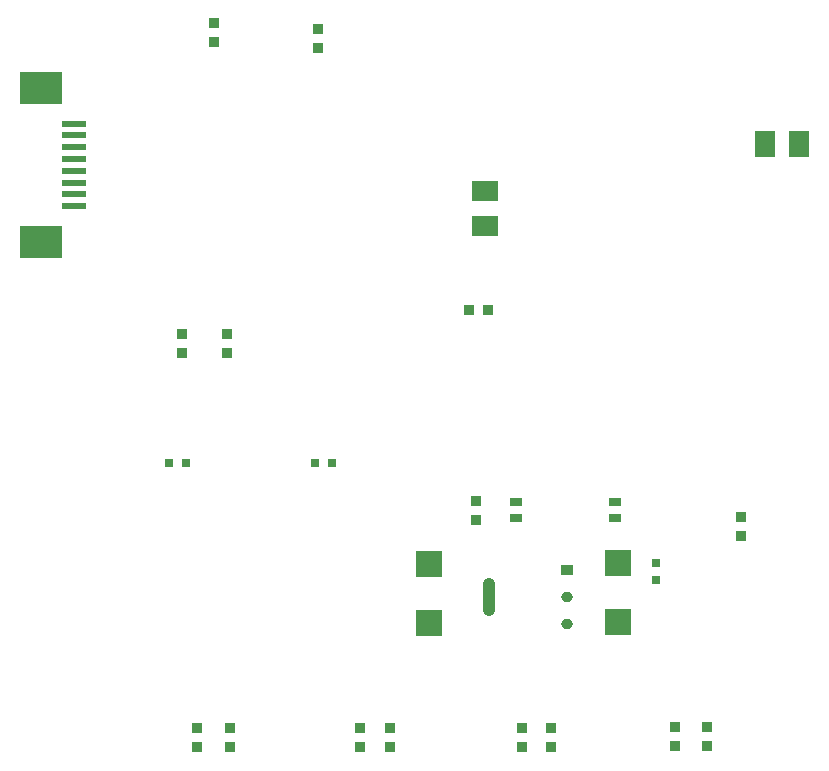
<source format=gbp>
G04*
G04 #@! TF.GenerationSoftware,Altium Limited,Altium Designer,22.9.1 (49)*
G04*
G04 Layer_Color=128*
%FSLAX24Y24*%
%MOIN*%
G70*
G04*
G04 #@! TF.SameCoordinates,54DEFAFE-76A2-4419-BEBC-3D5CD7468304*
G04*
G04*
G04 #@! TF.FilePolarity,Positive*
G04*
G01*
G75*
%ADD21R,0.0390X0.0307*%
%ADD28R,0.0374X0.0354*%
%ADD29R,0.0354X0.0374*%
%ADD79R,0.0395X0.0343*%
G04:AMPARAMS|DCode=80|XSize=39.5mil|YSize=34.3mil|CornerRadius=17.2mil|HoleSize=0mil|Usage=FLASHONLY|Rotation=180.000|XOffset=0mil|YOffset=0mil|HoleType=Round|Shape=RoundedRectangle|*
%AMROUNDEDRECTD80*
21,1,0.0395,0.0000,0,0,180.0*
21,1,0.0052,0.0343,0,0,180.0*
1,1,0.0343,-0.0026,0.0000*
1,1,0.0343,0.0026,0.0000*
1,1,0.0343,0.0026,0.0000*
1,1,0.0343,-0.0026,0.0000*
%
%ADD80ROUNDEDRECTD80*%
G04:AMPARAMS|DCode=81|XSize=39.5mil|YSize=125.3mil|CornerRadius=17.2mil|HoleSize=0mil|Usage=FLASHONLY|Rotation=180.000|XOffset=0mil|YOffset=0mil|HoleType=Round|Shape=RoundedRectangle|*
%AMROUNDEDRECTD81*
21,1,0.0395,0.0909,0,0,180.0*
21,1,0.0051,0.1253,0,0,180.0*
1,1,0.0344,-0.0026,0.0454*
1,1,0.0344,0.0026,0.0454*
1,1,0.0344,0.0026,-0.0454*
1,1,0.0344,-0.0026,-0.0454*
%
%ADD81ROUNDEDRECTD81*%
%ADD82R,0.1417X0.1055*%
%ADD83R,0.0787X0.0240*%
%ADD84R,0.0276X0.0276*%
%ADD85R,0.0709X0.0878*%
%ADD86R,0.0878X0.0709*%
%ADD87R,0.0276X0.0276*%
%ADD88R,0.0906X0.0866*%
D21*
X18750Y10824D02*
D03*
Y11376D02*
D03*
X22050Y10824D02*
D03*
Y11376D02*
D03*
D28*
X8100Y3815D02*
D03*
Y3185D02*
D03*
X9200Y3815D02*
D03*
Y3185D02*
D03*
X18950D02*
D03*
Y3815D02*
D03*
X19900Y3185D02*
D03*
Y3815D02*
D03*
X13550Y3185D02*
D03*
Y3815D02*
D03*
X14550Y3185D02*
D03*
Y3815D02*
D03*
X17400Y11400D02*
D03*
Y10770D02*
D03*
X9100Y16335D02*
D03*
Y16965D02*
D03*
X7600Y16335D02*
D03*
Y16965D02*
D03*
X24050Y3235D02*
D03*
Y3865D02*
D03*
X25100Y3235D02*
D03*
Y3865D02*
D03*
X26250Y10220D02*
D03*
Y10850D02*
D03*
X12150Y26485D02*
D03*
Y27115D02*
D03*
X8657Y26690D02*
D03*
Y27320D02*
D03*
D29*
X17815Y17750D02*
D03*
X17185D02*
D03*
D79*
X20444Y9102D02*
D03*
D80*
Y8200D02*
D03*
Y7298D02*
D03*
D81*
X17850Y8200D02*
D03*
D82*
X2907Y25155D02*
D03*
Y20045D02*
D03*
D83*
X4010Y23978D02*
D03*
Y23584D02*
D03*
Y23191D02*
D03*
Y22797D02*
D03*
Y22403D02*
D03*
Y22009D02*
D03*
Y21616D02*
D03*
Y21222D02*
D03*
D84*
X12601Y12650D02*
D03*
X12050D02*
D03*
X7174D02*
D03*
X7726D02*
D03*
D85*
X27025Y23300D02*
D03*
X28175D02*
D03*
D86*
X17700Y21725D02*
D03*
Y20575D02*
D03*
D87*
X23400Y9326D02*
D03*
Y8774D02*
D03*
D88*
X22150Y9334D02*
D03*
Y7366D02*
D03*
X15850Y9284D02*
D03*
Y7316D02*
D03*
M02*

</source>
